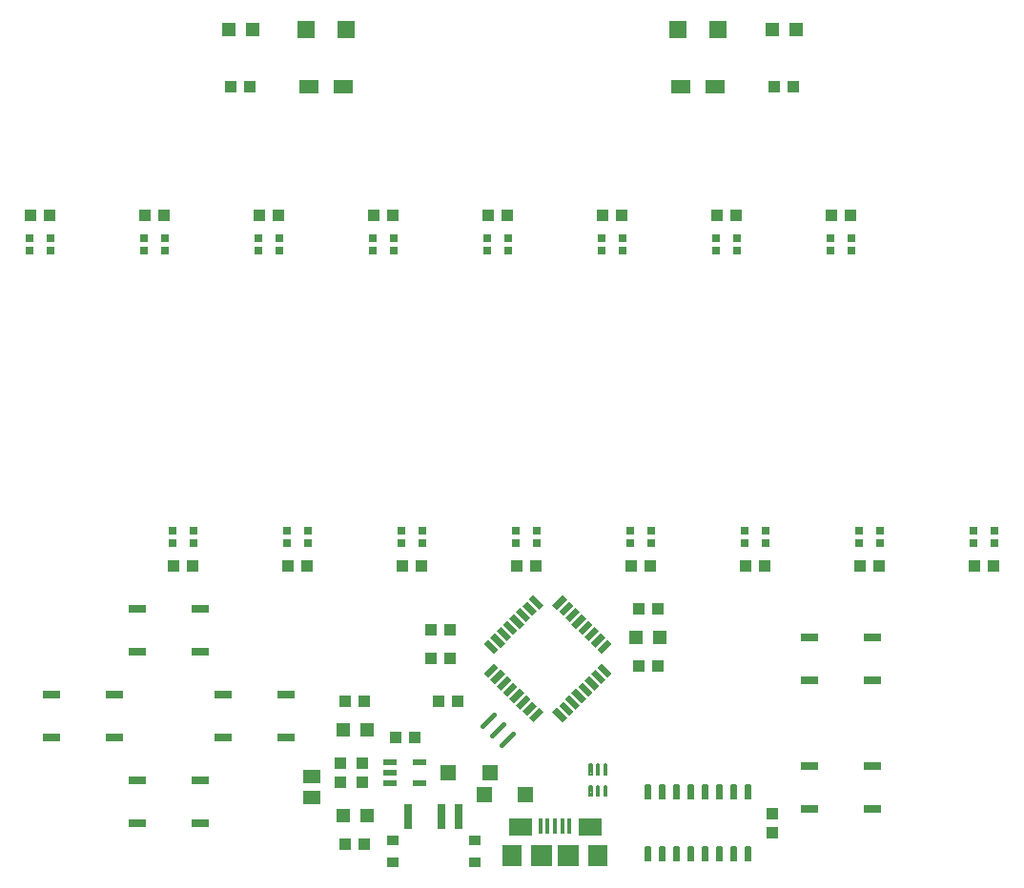
<source format=gbr>
G04 EAGLE Gerber RS-274X export*
G75*
%MOMM*%
%FSLAX34Y34*%
%LPD*%
%INSolderpaste Top*%
%IPPOS*%
%AMOC8*
5,1,8,0,0,1.08239X$1,22.5*%
G01*
%ADD10R,1.100000X1.000000*%
%ADD11R,1.075000X1.000000*%
%ADD12R,1.500000X1.240000*%
%ADD13R,1.200000X1.200000*%
%ADD14R,1.400000X1.400000*%
%ADD15R,0.400000X1.350000*%
%ADD16R,2.100000X1.600000*%
%ADD17R,1.900000X1.900000*%
%ADD18R,1.800000X1.900000*%
%ADD19C,0.450000*%
%ADD20R,1.000000X1.075000*%
%ADD21R,1.524000X0.762000*%
%ADD22R,1.270000X0.558800*%
%ADD23R,0.558800X1.270000*%
%ADD24R,0.700000X0.700000*%
%ADD25R,1.200000X0.550000*%
%ADD26R,0.762000X2.209800*%
%ADD27R,0.990600X0.812800*%
%ADD28C,0.155000*%
%ADD29C,0.195000*%
%ADD30R,1.500000X1.500000*%
%ADD31R,1.800000X1.200000*%
%ADD32R,1.000000X1.100000*%


D10*
X573650Y234950D03*
X556650Y234950D03*
X389500Y215900D03*
X372500Y215900D03*
D11*
X296300Y152400D03*
X313300Y152400D03*
D12*
X266700Y66700D03*
X266700Y85700D03*
D10*
X395850Y152400D03*
X378850Y152400D03*
D13*
X294300Y127000D03*
X315300Y127000D03*
D14*
X387900Y88900D03*
X424900Y88900D03*
D13*
X294300Y50800D03*
X315300Y50800D03*
D15*
X482600Y41910D03*
X476100Y41910D03*
X489100Y41910D03*
X469600Y41910D03*
X495600Y41910D03*
D16*
X451600Y40660D03*
X513600Y40660D03*
D17*
X470600Y15160D03*
X494600Y15160D03*
D18*
X444600Y15160D03*
X520600Y15160D03*
D19*
X418171Y130341D02*
X428459Y140629D01*
X436944Y132144D02*
X426656Y121856D01*
X435141Y113371D02*
X445429Y123659D01*
D11*
X296300Y25400D03*
X313300Y25400D03*
D20*
X292100Y97400D03*
X292100Y80400D03*
D10*
X389500Y190500D03*
X372500Y190500D03*
X556650Y184150D03*
X573650Y184150D03*
D20*
X311150Y80400D03*
X311150Y97400D03*
D21*
X764540Y171450D03*
X708660Y171450D03*
X764540Y209550D03*
X708660Y209550D03*
X764540Y57150D03*
X708660Y57150D03*
X764540Y95250D03*
X708660Y95250D03*
X111760Y234950D03*
X167640Y234950D03*
X111760Y196850D03*
X167640Y196850D03*
X111760Y82550D03*
X167640Y82550D03*
X111760Y44450D03*
X167640Y44450D03*
X35560Y158750D03*
X91440Y158750D03*
X35560Y120650D03*
X91440Y120650D03*
X187960Y158750D03*
X243840Y158750D03*
X187960Y120650D03*
X243840Y120650D03*
D22*
G36*
X432563Y182460D02*
X423584Y173481D01*
X419633Y177432D01*
X428612Y186411D01*
X432563Y182460D01*
G37*
G36*
X438220Y176803D02*
X429241Y167824D01*
X425290Y171775D01*
X434269Y180754D01*
X438220Y176803D01*
G37*
G36*
X443876Y171146D02*
X434897Y162167D01*
X430946Y166118D01*
X439925Y175097D01*
X443876Y171146D01*
G37*
G36*
X449533Y165489D02*
X440554Y156510D01*
X436603Y160461D01*
X445582Y169440D01*
X449533Y165489D01*
G37*
G36*
X455190Y159832D02*
X446211Y150853D01*
X442260Y154804D01*
X451239Y163783D01*
X455190Y159832D01*
G37*
G36*
X460847Y154175D02*
X451868Y145196D01*
X447917Y149147D01*
X456896Y158126D01*
X460847Y154175D01*
G37*
G36*
X466504Y148519D02*
X457525Y139540D01*
X453574Y143491D01*
X462553Y152470D01*
X466504Y148519D01*
G37*
G36*
X472161Y142862D02*
X463182Y133883D01*
X459231Y137834D01*
X468210Y146813D01*
X472161Y142862D01*
G37*
D23*
G36*
X493269Y137834D02*
X489318Y133883D01*
X480339Y142862D01*
X484290Y146813D01*
X493269Y137834D01*
G37*
G36*
X498926Y143491D02*
X494975Y139540D01*
X485996Y148519D01*
X489947Y152470D01*
X498926Y143491D01*
G37*
G36*
X504583Y149147D02*
X500632Y145196D01*
X491653Y154175D01*
X495604Y158126D01*
X504583Y149147D01*
G37*
G36*
X510240Y154804D02*
X506289Y150853D01*
X497310Y159832D01*
X501261Y163783D01*
X510240Y154804D01*
G37*
G36*
X515897Y160461D02*
X511946Y156510D01*
X502967Y165489D01*
X506918Y169440D01*
X515897Y160461D01*
G37*
G36*
X521554Y166118D02*
X517603Y162167D01*
X508624Y171146D01*
X512575Y175097D01*
X521554Y166118D01*
G37*
G36*
X527210Y171775D02*
X523259Y167824D01*
X514280Y176803D01*
X518231Y180754D01*
X527210Y171775D01*
G37*
G36*
X532867Y177432D02*
X528916Y173481D01*
X519937Y182460D01*
X523888Y186411D01*
X532867Y177432D01*
G37*
D22*
G36*
X532867Y203568D02*
X523888Y194589D01*
X519937Y198540D01*
X528916Y207519D01*
X532867Y203568D01*
G37*
G36*
X527210Y209225D02*
X518231Y200246D01*
X514280Y204197D01*
X523259Y213176D01*
X527210Y209225D01*
G37*
G36*
X521554Y214882D02*
X512575Y205903D01*
X508624Y209854D01*
X517603Y218833D01*
X521554Y214882D01*
G37*
G36*
X515897Y220539D02*
X506918Y211560D01*
X502967Y215511D01*
X511946Y224490D01*
X515897Y220539D01*
G37*
G36*
X510240Y226196D02*
X501261Y217217D01*
X497310Y221168D01*
X506289Y230147D01*
X510240Y226196D01*
G37*
G36*
X504583Y231853D02*
X495604Y222874D01*
X491653Y226825D01*
X500632Y235804D01*
X504583Y231853D01*
G37*
G36*
X498926Y237509D02*
X489947Y228530D01*
X485996Y232481D01*
X494975Y241460D01*
X498926Y237509D01*
G37*
G36*
X493269Y243166D02*
X484290Y234187D01*
X480339Y238138D01*
X489318Y247117D01*
X493269Y243166D01*
G37*
D23*
G36*
X472161Y238138D02*
X468210Y234187D01*
X459231Y243166D01*
X463182Y247117D01*
X472161Y238138D01*
G37*
G36*
X466504Y232481D02*
X462553Y228530D01*
X453574Y237509D01*
X457525Y241460D01*
X466504Y232481D01*
G37*
G36*
X460847Y226825D02*
X456896Y222874D01*
X447917Y231853D01*
X451868Y235804D01*
X460847Y226825D01*
G37*
G36*
X455190Y221168D02*
X451239Y217217D01*
X442260Y226196D01*
X446211Y230147D01*
X455190Y221168D01*
G37*
G36*
X449533Y215511D02*
X445582Y211560D01*
X436603Y220539D01*
X440554Y224490D01*
X449533Y215511D01*
G37*
G36*
X443876Y209854D02*
X439925Y205903D01*
X430946Y214882D01*
X434897Y218833D01*
X443876Y209854D01*
G37*
G36*
X438220Y204197D02*
X434269Y200246D01*
X425290Y209225D01*
X429241Y213176D01*
X438220Y204197D01*
G37*
G36*
X432563Y198540D02*
X428612Y194589D01*
X419633Y203568D01*
X423584Y207519D01*
X432563Y198540D01*
G37*
D24*
X321050Y564300D03*
X321050Y553300D03*
X339350Y553300D03*
X339350Y564300D03*
X422650Y564300D03*
X422650Y553300D03*
X440950Y553300D03*
X440950Y564300D03*
X524250Y564300D03*
X524250Y553300D03*
X542550Y553300D03*
X542550Y564300D03*
X625850Y564300D03*
X625850Y553300D03*
X644150Y553300D03*
X644150Y564300D03*
X727450Y564300D03*
X727450Y553300D03*
X745750Y553300D03*
X745750Y564300D03*
X872750Y292950D03*
X872750Y303950D03*
X854450Y303950D03*
X854450Y292950D03*
X771150Y292950D03*
X771150Y303950D03*
X752850Y303950D03*
X752850Y292950D03*
X669550Y292950D03*
X669550Y303950D03*
X651250Y303950D03*
X651250Y292950D03*
X567950Y292950D03*
X567950Y303950D03*
X549650Y303950D03*
X549650Y292950D03*
X466350Y292950D03*
X466350Y303950D03*
X448050Y303950D03*
X448050Y292950D03*
D25*
X336249Y98400D03*
X336249Y88900D03*
X336249Y79400D03*
X362251Y79400D03*
X362251Y98400D03*
D24*
X364750Y292950D03*
X364750Y303950D03*
X346450Y303950D03*
X346450Y292950D03*
X16250Y564300D03*
X16250Y553300D03*
X34550Y553300D03*
X34550Y564300D03*
X117850Y564300D03*
X117850Y553300D03*
X136150Y553300D03*
X136150Y564300D03*
D26*
X397150Y50057D03*
X382150Y50057D03*
X352150Y50057D03*
D27*
X338150Y9400D03*
X338150Y28700D03*
X411150Y9400D03*
X411150Y28700D03*
D28*
X651725Y66175D02*
X651725Y77725D01*
X656375Y77725D01*
X656375Y66175D01*
X651725Y66175D01*
X651725Y67647D02*
X656375Y67647D01*
X656375Y69119D02*
X651725Y69119D01*
X651725Y70591D02*
X656375Y70591D01*
X656375Y72063D02*
X651725Y72063D01*
X651725Y73535D02*
X656375Y73535D01*
X656375Y75007D02*
X651725Y75007D01*
X651725Y76479D02*
X656375Y76479D01*
X639025Y77725D02*
X639025Y66175D01*
X639025Y77725D02*
X643675Y77725D01*
X643675Y66175D01*
X639025Y66175D01*
X639025Y67647D02*
X643675Y67647D01*
X643675Y69119D02*
X639025Y69119D01*
X639025Y70591D02*
X643675Y70591D01*
X643675Y72063D02*
X639025Y72063D01*
X639025Y73535D02*
X643675Y73535D01*
X643675Y75007D02*
X639025Y75007D01*
X639025Y76479D02*
X643675Y76479D01*
X626325Y77725D02*
X626325Y66175D01*
X626325Y77725D02*
X630975Y77725D01*
X630975Y66175D01*
X626325Y66175D01*
X626325Y67647D02*
X630975Y67647D01*
X630975Y69119D02*
X626325Y69119D01*
X626325Y70591D02*
X630975Y70591D01*
X630975Y72063D02*
X626325Y72063D01*
X626325Y73535D02*
X630975Y73535D01*
X630975Y75007D02*
X626325Y75007D01*
X626325Y76479D02*
X630975Y76479D01*
X613625Y77725D02*
X613625Y66175D01*
X613625Y77725D02*
X618275Y77725D01*
X618275Y66175D01*
X613625Y66175D01*
X613625Y67647D02*
X618275Y67647D01*
X618275Y69119D02*
X613625Y69119D01*
X613625Y70591D02*
X618275Y70591D01*
X618275Y72063D02*
X613625Y72063D01*
X613625Y73535D02*
X618275Y73535D01*
X618275Y75007D02*
X613625Y75007D01*
X613625Y76479D02*
X618275Y76479D01*
X600925Y77725D02*
X600925Y66175D01*
X600925Y77725D02*
X605575Y77725D01*
X605575Y66175D01*
X600925Y66175D01*
X600925Y67647D02*
X605575Y67647D01*
X605575Y69119D02*
X600925Y69119D01*
X600925Y70591D02*
X605575Y70591D01*
X605575Y72063D02*
X600925Y72063D01*
X600925Y73535D02*
X605575Y73535D01*
X605575Y75007D02*
X600925Y75007D01*
X600925Y76479D02*
X605575Y76479D01*
X588225Y77725D02*
X588225Y66175D01*
X588225Y77725D02*
X592875Y77725D01*
X592875Y66175D01*
X588225Y66175D01*
X588225Y67647D02*
X592875Y67647D01*
X592875Y69119D02*
X588225Y69119D01*
X588225Y70591D02*
X592875Y70591D01*
X592875Y72063D02*
X588225Y72063D01*
X588225Y73535D02*
X592875Y73535D01*
X592875Y75007D02*
X588225Y75007D01*
X588225Y76479D02*
X592875Y76479D01*
X575525Y77725D02*
X575525Y66175D01*
X575525Y77725D02*
X580175Y77725D01*
X580175Y66175D01*
X575525Y66175D01*
X575525Y67647D02*
X580175Y67647D01*
X580175Y69119D02*
X575525Y69119D01*
X575525Y70591D02*
X580175Y70591D01*
X580175Y72063D02*
X575525Y72063D01*
X575525Y73535D02*
X580175Y73535D01*
X580175Y75007D02*
X575525Y75007D01*
X575525Y76479D02*
X580175Y76479D01*
X562825Y77725D02*
X562825Y66175D01*
X562825Y77725D02*
X567475Y77725D01*
X567475Y66175D01*
X562825Y66175D01*
X562825Y67647D02*
X567475Y67647D01*
X567475Y69119D02*
X562825Y69119D01*
X562825Y70591D02*
X567475Y70591D01*
X567475Y72063D02*
X562825Y72063D01*
X562825Y73535D02*
X567475Y73535D01*
X567475Y75007D02*
X562825Y75007D01*
X562825Y76479D02*
X567475Y76479D01*
X562825Y22725D02*
X562825Y11175D01*
X562825Y22725D02*
X567475Y22725D01*
X567475Y11175D01*
X562825Y11175D01*
X562825Y12647D02*
X567475Y12647D01*
X567475Y14119D02*
X562825Y14119D01*
X562825Y15591D02*
X567475Y15591D01*
X567475Y17063D02*
X562825Y17063D01*
X562825Y18535D02*
X567475Y18535D01*
X567475Y20007D02*
X562825Y20007D01*
X562825Y21479D02*
X567475Y21479D01*
X575525Y22725D02*
X575525Y11175D01*
X575525Y22725D02*
X580175Y22725D01*
X580175Y11175D01*
X575525Y11175D01*
X575525Y12647D02*
X580175Y12647D01*
X580175Y14119D02*
X575525Y14119D01*
X575525Y15591D02*
X580175Y15591D01*
X580175Y17063D02*
X575525Y17063D01*
X575525Y18535D02*
X580175Y18535D01*
X580175Y20007D02*
X575525Y20007D01*
X575525Y21479D02*
X580175Y21479D01*
X588225Y22725D02*
X588225Y11175D01*
X588225Y22725D02*
X592875Y22725D01*
X592875Y11175D01*
X588225Y11175D01*
X588225Y12647D02*
X592875Y12647D01*
X592875Y14119D02*
X588225Y14119D01*
X588225Y15591D02*
X592875Y15591D01*
X592875Y17063D02*
X588225Y17063D01*
X588225Y18535D02*
X592875Y18535D01*
X592875Y20007D02*
X588225Y20007D01*
X588225Y21479D02*
X592875Y21479D01*
X600925Y22725D02*
X600925Y11175D01*
X600925Y22725D02*
X605575Y22725D01*
X605575Y11175D01*
X600925Y11175D01*
X600925Y12647D02*
X605575Y12647D01*
X605575Y14119D02*
X600925Y14119D01*
X600925Y15591D02*
X605575Y15591D01*
X605575Y17063D02*
X600925Y17063D01*
X600925Y18535D02*
X605575Y18535D01*
X605575Y20007D02*
X600925Y20007D01*
X600925Y21479D02*
X605575Y21479D01*
X613625Y22725D02*
X613625Y11175D01*
X613625Y22725D02*
X618275Y22725D01*
X618275Y11175D01*
X613625Y11175D01*
X613625Y12647D02*
X618275Y12647D01*
X618275Y14119D02*
X613625Y14119D01*
X613625Y15591D02*
X618275Y15591D01*
X618275Y17063D02*
X613625Y17063D01*
X613625Y18535D02*
X618275Y18535D01*
X618275Y20007D02*
X613625Y20007D01*
X613625Y21479D02*
X618275Y21479D01*
X626325Y22725D02*
X626325Y11175D01*
X626325Y22725D02*
X630975Y22725D01*
X630975Y11175D01*
X626325Y11175D01*
X626325Y12647D02*
X630975Y12647D01*
X630975Y14119D02*
X626325Y14119D01*
X626325Y15591D02*
X630975Y15591D01*
X630975Y17063D02*
X626325Y17063D01*
X626325Y18535D02*
X630975Y18535D01*
X630975Y20007D02*
X626325Y20007D01*
X626325Y21479D02*
X630975Y21479D01*
X639025Y22725D02*
X639025Y11175D01*
X639025Y22725D02*
X643675Y22725D01*
X643675Y11175D01*
X639025Y11175D01*
X639025Y12647D02*
X643675Y12647D01*
X643675Y14119D02*
X639025Y14119D01*
X639025Y15591D02*
X643675Y15591D01*
X643675Y17063D02*
X639025Y17063D01*
X639025Y18535D02*
X643675Y18535D01*
X643675Y20007D02*
X639025Y20007D01*
X639025Y21479D02*
X643675Y21479D01*
X651725Y22725D02*
X651725Y11175D01*
X651725Y22725D02*
X656375Y22725D01*
X656375Y11175D01*
X651725Y11175D01*
X651725Y12647D02*
X656375Y12647D01*
X656375Y14119D02*
X651725Y14119D01*
X651725Y15591D02*
X656375Y15591D01*
X656375Y17063D02*
X651725Y17063D01*
X651725Y18535D02*
X656375Y18535D01*
X656375Y20007D02*
X651725Y20007D01*
X651725Y21479D02*
X656375Y21479D01*
D29*
X526225Y87575D02*
X526225Y96225D01*
X528175Y96225D01*
X528175Y87575D01*
X526225Y87575D01*
X526225Y89427D02*
X528175Y89427D01*
X528175Y91279D02*
X526225Y91279D01*
X526225Y93131D02*
X528175Y93131D01*
X528175Y94983D02*
X526225Y94983D01*
X519725Y96225D02*
X519725Y87575D01*
X519725Y96225D02*
X521675Y96225D01*
X521675Y87575D01*
X519725Y87575D01*
X519725Y89427D02*
X521675Y89427D01*
X521675Y91279D02*
X519725Y91279D01*
X519725Y93131D02*
X521675Y93131D01*
X521675Y94983D02*
X519725Y94983D01*
X513225Y96225D02*
X513225Y87575D01*
X513225Y96225D02*
X515175Y96225D01*
X515175Y87575D01*
X513225Y87575D01*
X513225Y89427D02*
X515175Y89427D01*
X515175Y91279D02*
X513225Y91279D01*
X513225Y93131D02*
X515175Y93131D01*
X515175Y94983D02*
X513225Y94983D01*
X513225Y77525D02*
X513225Y68875D01*
X513225Y77525D02*
X515175Y77525D01*
X515175Y68875D01*
X513225Y68875D01*
X513225Y70727D02*
X515175Y70727D01*
X515175Y72579D02*
X513225Y72579D01*
X513225Y74431D02*
X515175Y74431D01*
X515175Y76283D02*
X513225Y76283D01*
X519725Y77525D02*
X519725Y68875D01*
X519725Y77525D02*
X521675Y77525D01*
X521675Y68875D01*
X519725Y68875D01*
X519725Y70727D02*
X521675Y70727D01*
X521675Y72579D02*
X519725Y72579D01*
X519725Y74431D02*
X521675Y74431D01*
X521675Y76283D02*
X519725Y76283D01*
X526225Y77525D02*
X526225Y68875D01*
X526225Y77525D02*
X528175Y77525D01*
X528175Y68875D01*
X526225Y68875D01*
X526225Y70727D02*
X528175Y70727D01*
X528175Y72579D02*
X526225Y72579D01*
X526225Y74431D02*
X528175Y74431D01*
X528175Y76283D02*
X526225Y76283D01*
D24*
X219450Y564300D03*
X219450Y553300D03*
X237750Y553300D03*
X237750Y564300D03*
X263150Y292950D03*
X263150Y303950D03*
X244850Y303950D03*
X244850Y292950D03*
X161550Y292950D03*
X161550Y303950D03*
X143250Y303950D03*
X143250Y292950D03*
D13*
X575650Y209550D03*
X554650Y209550D03*
D10*
X33900Y584200D03*
X16900Y584200D03*
X135500Y584200D03*
X118500Y584200D03*
X237100Y584200D03*
X220100Y584200D03*
X338700Y584200D03*
X321700Y584200D03*
X440300Y584200D03*
X423300Y584200D03*
X541900Y584200D03*
X524900Y584200D03*
X643500Y584200D03*
X626500Y584200D03*
X745100Y584200D03*
X728100Y584200D03*
X855100Y273050D03*
X872100Y273050D03*
X753500Y273050D03*
X770500Y273050D03*
X651900Y273050D03*
X668900Y273050D03*
X550300Y273050D03*
X567300Y273050D03*
X448700Y273050D03*
X465700Y273050D03*
X347100Y273050D03*
X364100Y273050D03*
X245500Y273050D03*
X262500Y273050D03*
X143900Y273050D03*
X160900Y273050D03*
D14*
X419650Y69850D03*
X456650Y69850D03*
D30*
X627100Y749300D03*
X592100Y749300D03*
X296900Y749300D03*
X261900Y749300D03*
D31*
X264410Y698500D03*
X294390Y698500D03*
X594610Y698500D03*
X624590Y698500D03*
D13*
X213700Y749300D03*
X192700Y749300D03*
D11*
X211700Y698500D03*
X194700Y698500D03*
D13*
X696300Y749300D03*
X675300Y749300D03*
D11*
X694300Y698500D03*
X677300Y698500D03*
D32*
X675640Y52950D03*
X675640Y35950D03*
D11*
X340750Y120650D03*
X357750Y120650D03*
M02*

</source>
